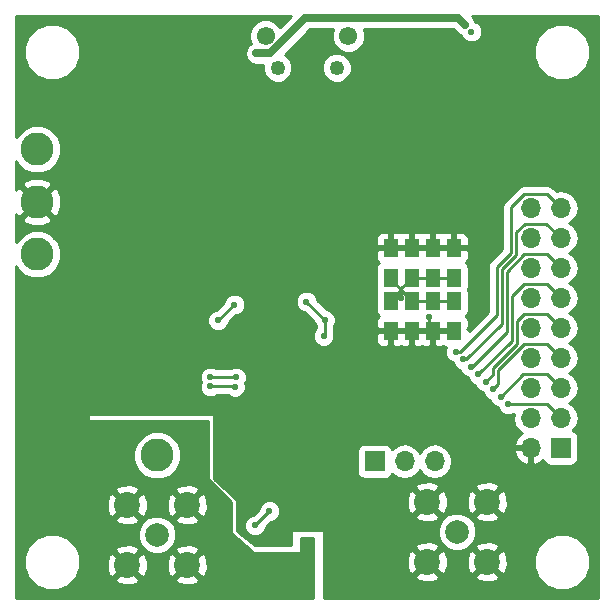
<source format=gbl>
%TF.GenerationSoftware,KiCad,Pcbnew,4.0.6-e0-6349~53~ubuntu16.04.1*%
%TF.CreationDate,2017-04-07T11:05:52-07:00*%
%TF.ProjectId,waveform-generator,77617665666F726D2D67656E65726174,rev?*%
%TF.FileFunction,Copper,L2,Bot,Signal*%
%FSLAX46Y46*%
G04 Gerber Fmt 4.6, Leading zero omitted, Abs format (unit mm)*
G04 Created by KiCad (PCBNEW 4.0.6-e0-6349~53~ubuntu16.04.1) date Fri Apr  7 11:05:52 2017*
%MOMM*%
%LPD*%
G01*
G04 APERTURE LIST*
%ADD10C,0.100000*%
%ADD11C,1.250000*%
%ADD12C,1.550000*%
%ADD13R,1.250000X1.500000*%
%ADD14C,2.200000*%
%ADD15C,2.000000*%
%ADD16R,1.700000X1.700000*%
%ADD17O,1.700000X1.700000*%
%ADD18C,2.800000*%
%ADD19C,0.558800*%
%ADD20C,0.254000*%
%ADD21C,0.635000*%
G04 APERTURE END LIST*
D10*
D11*
X50760000Y-22940000D03*
X45760000Y-22940000D03*
D12*
X51760000Y-20240000D03*
X44760000Y-20240000D03*
D13*
X55339561Y-42702298D03*
X55339561Y-45202298D03*
X55339561Y-40693797D03*
X55339561Y-38193797D03*
X57117562Y-40693797D03*
X57117562Y-38193797D03*
X57117562Y-42702298D03*
X57117562Y-45202298D03*
X58895562Y-40693797D03*
X58895562Y-38193797D03*
X58895562Y-42702298D03*
X58895562Y-45202298D03*
X60673562Y-40693797D03*
X60673562Y-38193797D03*
X60673562Y-42702298D03*
X60673562Y-45202298D03*
D14*
X58420000Y-64770000D03*
X58420000Y-59690000D03*
X63500000Y-59690000D03*
X63500000Y-64770000D03*
D15*
X60960000Y-62230000D03*
D14*
X33020000Y-65024000D03*
X33020000Y-59944000D03*
X38100000Y-59944000D03*
X38100000Y-65024000D03*
D15*
X35560000Y-62484000D03*
D16*
X69723000Y-55118000D03*
D17*
X67183000Y-55118000D03*
X69723000Y-52578000D03*
X67183000Y-52578000D03*
X69723000Y-50038000D03*
X67183000Y-50038000D03*
X69723000Y-47498000D03*
X67183000Y-47498000D03*
X69723000Y-44958000D03*
X67183000Y-44958000D03*
X69723000Y-42418000D03*
X67183000Y-42418000D03*
X69723000Y-39878000D03*
X67183000Y-39878000D03*
X69723000Y-37338000D03*
X67183000Y-37338000D03*
X69723000Y-34798000D03*
X67183000Y-34798000D03*
D16*
X53975000Y-56261000D03*
D17*
X56515000Y-56261000D03*
X59055000Y-56261000D03*
D18*
X25400000Y-29845000D03*
X25400000Y-34290000D03*
X25400000Y-38735000D03*
X35560000Y-55753000D03*
D19*
X46990000Y-21590000D03*
X50721170Y-61987580D03*
X53441600Y-42214800D03*
X43180000Y-42037000D03*
X32893000Y-32766000D03*
X58483500Y-23304500D03*
X58483500Y-21463000D03*
X58610500Y-44069000D03*
X43307000Y-42735500D03*
X32905700Y-34569400D03*
X39814500Y-47434500D03*
X48260000Y-63055500D03*
X48260000Y-64008000D03*
X46101000Y-57785000D03*
X45974000Y-53403520D03*
X40640000Y-66230500D03*
X64960500Y-57277000D03*
X55435500Y-61087000D03*
X55435500Y-62992000D03*
X55435500Y-64643000D03*
X63317864Y-38798500D03*
X47942500Y-33083500D03*
X47244000Y-36639500D03*
X47307500Y-24003000D03*
X37020500Y-20764500D03*
X55816500Y-29564251D03*
X44132500Y-40957452D03*
X46037500Y-38989000D03*
X53975000Y-44831000D03*
X49784000Y-49085500D03*
X45021500Y-47307500D03*
X44704000Y-21717000D03*
X43942000Y-21717008D03*
X61595000Y-19304000D03*
X62166500Y-19875500D03*
X56235600Y-42418000D03*
X49784000Y-44297600D03*
X49656986Y-45656500D03*
X48196500Y-42735500D03*
X40068500Y-49911000D03*
X42164000Y-49974500D03*
X40068500Y-49149000D03*
X42227500Y-49149000D03*
X65278000Y-51435000D03*
X64643000Y-50800000D03*
X64008000Y-50165000D03*
X63373000Y-49530000D03*
X62738000Y-48895000D03*
X62103000Y-48260000D03*
X61468000Y-47625000D03*
X60833000Y-46990000D03*
X42100500Y-42989500D03*
X40703506Y-44323000D03*
X45072300Y-60439300D03*
X43827700Y-61683900D03*
D20*
X58610500Y-44069000D02*
X58610500Y-44917236D01*
X58610500Y-44917236D02*
X58895562Y-45202298D01*
D21*
X45099131Y-21717000D02*
X44704000Y-21717000D01*
X61023500Y-18732500D02*
X48083631Y-18732500D01*
X61595000Y-19304000D02*
X61023500Y-18732500D01*
X48083631Y-18732500D02*
X45099131Y-21717000D01*
X44703992Y-21717008D02*
X44704000Y-21717000D01*
X43942000Y-21717008D02*
X44703992Y-21717008D01*
D20*
X56235600Y-42418000D02*
X56197500Y-42379900D01*
X56197500Y-42379900D02*
X56197500Y-41719500D01*
X49784000Y-44297600D02*
X49784000Y-45529486D01*
X49784000Y-45529486D02*
X49656986Y-45656500D01*
X49784000Y-44297600D02*
X49758600Y-44297600D01*
X49758600Y-44297600D02*
X48196500Y-42735500D01*
X58895562Y-42702298D02*
X57117562Y-42702298D01*
X60673562Y-42702298D02*
X58895562Y-42702298D01*
X58895562Y-40693797D02*
X60673562Y-40693797D01*
X57117562Y-40693797D02*
X58895562Y-40693797D01*
X56197500Y-41719500D02*
X56197500Y-41613859D01*
X56197500Y-41613859D02*
X57117562Y-40693797D01*
X56197500Y-41719500D02*
X56197500Y-41782236D01*
X56197500Y-41782236D02*
X57117562Y-42702298D01*
X55339561Y-42702298D02*
X55339561Y-42577439D01*
X55339561Y-42577439D02*
X56197500Y-41719500D01*
X55339561Y-40693797D02*
X55339561Y-40861561D01*
X55339561Y-40861561D02*
X56197500Y-41719500D01*
X40068500Y-49911000D02*
X42100500Y-49911000D01*
X42100500Y-49911000D02*
X42164000Y-49974500D01*
X40068500Y-49149000D02*
X42227500Y-49149000D01*
X65278000Y-51435000D02*
X65289801Y-51423199D01*
X65289801Y-51423199D02*
X68568199Y-51423199D01*
X68568199Y-51423199D02*
X69723000Y-52578000D01*
X64643000Y-50800000D02*
X64643000Y-50778210D01*
X64643000Y-50778210D02*
X66538011Y-48883199D01*
X66538011Y-48883199D02*
X68568199Y-48883199D01*
X68568199Y-48883199D02*
X69723000Y-50038000D01*
X66628695Y-46343199D02*
X68568199Y-46343199D01*
X64008000Y-50165000D02*
X64452499Y-49720501D01*
X64452499Y-49720501D02*
X64452499Y-48519395D01*
X64452499Y-48519395D02*
X66628695Y-46343199D01*
X68568199Y-46343199D02*
X69723000Y-47498000D01*
X63373000Y-49530000D02*
X64008000Y-48895000D01*
X66028199Y-46333023D02*
X66028199Y-44403695D01*
X64008000Y-48895000D02*
X64008000Y-48353222D01*
X66628695Y-43803199D02*
X68568199Y-43803199D01*
X64008000Y-48353222D02*
X66028199Y-46333023D01*
X66028199Y-44403695D02*
X66628695Y-43803199D01*
X68568199Y-43803199D02*
X69723000Y-44958000D01*
X62738000Y-48895000D02*
X65596387Y-46036613D01*
X65596387Y-46036613D02*
X65596387Y-42295508D01*
X65596387Y-42295508D02*
X66628696Y-41263199D01*
X66628696Y-41263199D02*
X68568199Y-41263199D01*
X68568199Y-41263199D02*
X69723000Y-42418000D01*
X62103000Y-48260000D02*
X62230000Y-48260000D01*
X65164576Y-45325424D02*
X65164576Y-40187318D01*
X65164576Y-40187318D02*
X66628695Y-38723199D01*
X62230000Y-48260000D02*
X65164576Y-45325424D01*
X66628695Y-38723199D02*
X68568199Y-38723199D01*
X68568199Y-38723199D02*
X69723000Y-39878000D01*
X61468000Y-47625000D02*
X61722000Y-47625000D01*
X64732765Y-40008457D02*
X65976500Y-38764722D01*
X61722000Y-47625000D02*
X64732765Y-44614235D01*
X68516500Y-36131500D02*
X69723000Y-37338000D01*
X64732765Y-44614235D02*
X64732765Y-40008457D01*
X65976500Y-38764722D02*
X65976500Y-36835394D01*
X66680394Y-36131500D02*
X68516500Y-36131500D01*
X65976500Y-36835394D02*
X66680394Y-36131500D01*
X60833000Y-46990000D02*
X61214000Y-46990000D01*
X61214000Y-46990000D02*
X64300954Y-43903046D01*
X64300954Y-43903046D02*
X64300954Y-39829596D01*
X65532000Y-38598550D02*
X65532000Y-34739894D01*
X64300954Y-39829596D02*
X65532000Y-38598550D01*
X65532000Y-34739894D02*
X66628695Y-33643199D01*
X66628695Y-33643199D02*
X68568199Y-33643199D01*
X68568199Y-33643199D02*
X69723000Y-34798000D01*
X42100500Y-42989500D02*
X42037006Y-42989500D01*
X42037006Y-42989500D02*
X40703506Y-44323000D01*
X43827700Y-61683900D02*
X45072300Y-60439300D01*
G36*
X45976713Y-19492380D02*
X45956037Y-19442342D01*
X45559744Y-19045357D01*
X45041697Y-18830245D01*
X44480764Y-18829755D01*
X43962342Y-19043963D01*
X43565357Y-19440256D01*
X43350245Y-19958303D01*
X43349755Y-20519236D01*
X43501922Y-20887508D01*
X43268481Y-21043489D01*
X43062005Y-21352502D01*
X42989500Y-21717008D01*
X43062005Y-22081514D01*
X43268481Y-22390527D01*
X43577494Y-22597003D01*
X43942000Y-22669508D01*
X44508010Y-22669508D01*
X44500219Y-22688271D01*
X44499782Y-23189530D01*
X44691201Y-23652800D01*
X45045335Y-24007553D01*
X45508271Y-24199781D01*
X46009530Y-24200218D01*
X46472800Y-24008799D01*
X46827553Y-23654665D01*
X47019781Y-23191729D01*
X47019782Y-23189530D01*
X49499782Y-23189530D01*
X49691201Y-23652800D01*
X50045335Y-24007553D01*
X50508271Y-24199781D01*
X51009530Y-24200218D01*
X51472800Y-24008799D01*
X51827553Y-23654665D01*
X52019781Y-23191729D01*
X52020218Y-22690470D01*
X51828799Y-22227200D01*
X51664212Y-22062325D01*
X67464587Y-22062325D01*
X67826916Y-22939229D01*
X68497242Y-23610726D01*
X69373513Y-23974585D01*
X70322325Y-23975413D01*
X71199229Y-23613084D01*
X71870726Y-22942758D01*
X72234585Y-22066487D01*
X72235413Y-21117675D01*
X71873084Y-20240771D01*
X71202758Y-19569274D01*
X70326487Y-19205415D01*
X69377675Y-19204587D01*
X68500771Y-19566916D01*
X67829274Y-20237242D01*
X67465415Y-21113513D01*
X67464587Y-22062325D01*
X51664212Y-22062325D01*
X51474665Y-21872447D01*
X51011729Y-21680219D01*
X50510470Y-21679782D01*
X50047200Y-21871201D01*
X49692447Y-22225335D01*
X49500219Y-22688271D01*
X49499782Y-23189530D01*
X47019782Y-23189530D01*
X47020218Y-22690470D01*
X46828799Y-22227200D01*
X46474665Y-21872447D01*
X46344692Y-21818477D01*
X48478169Y-19685000D01*
X50463730Y-19685000D01*
X50350245Y-19958303D01*
X50349755Y-20519236D01*
X50563963Y-21037658D01*
X50960256Y-21434643D01*
X51478303Y-21649755D01*
X52039236Y-21650245D01*
X52557658Y-21436037D01*
X52954643Y-21039744D01*
X53169755Y-20521697D01*
X53170245Y-19960764D01*
X53056301Y-19685000D01*
X60628962Y-19685000D01*
X60921481Y-19977519D01*
X61230494Y-20183995D01*
X61311221Y-20200053D01*
X61390858Y-20392789D01*
X61647858Y-20650238D01*
X61983817Y-20789741D01*
X62347587Y-20790058D01*
X62683789Y-20651142D01*
X62941238Y-20394142D01*
X63080741Y-20058183D01*
X63081058Y-19694413D01*
X62942142Y-19358211D01*
X62685142Y-19100762D01*
X62491041Y-19020164D01*
X62474995Y-18939494D01*
X62268519Y-18630481D01*
X62180038Y-18542000D01*
X72898000Y-18542000D01*
X72898000Y-67818000D01*
X49657000Y-67818000D01*
X49657000Y-65994868D01*
X57374737Y-65994868D01*
X57485641Y-66272099D01*
X58131593Y-66515323D01*
X58821453Y-66492836D01*
X59354359Y-66272099D01*
X59465263Y-65994868D01*
X62454737Y-65994868D01*
X62565641Y-66272099D01*
X63211593Y-66515323D01*
X63901453Y-66492836D01*
X64434359Y-66272099D01*
X64545263Y-65994868D01*
X63500000Y-64949605D01*
X62454737Y-65994868D01*
X59465263Y-65994868D01*
X58420000Y-64949605D01*
X57374737Y-65994868D01*
X49657000Y-65994868D01*
X49657000Y-64481593D01*
X56674677Y-64481593D01*
X56697164Y-65171453D01*
X56917901Y-65704359D01*
X57195132Y-65815263D01*
X58240395Y-64770000D01*
X58599605Y-64770000D01*
X59644868Y-65815263D01*
X59922099Y-65704359D01*
X60165323Y-65058407D01*
X60146521Y-64481593D01*
X61754677Y-64481593D01*
X61777164Y-65171453D01*
X61997901Y-65704359D01*
X62275132Y-65815263D01*
X63320395Y-64770000D01*
X63679605Y-64770000D01*
X64724868Y-65815263D01*
X65002099Y-65704359D01*
X65176071Y-65242325D01*
X67464587Y-65242325D01*
X67826916Y-66119229D01*
X68497242Y-66790726D01*
X69373513Y-67154585D01*
X70322325Y-67155413D01*
X71199229Y-66793084D01*
X71870726Y-66122758D01*
X72234585Y-65246487D01*
X72235413Y-64297675D01*
X71873084Y-63420771D01*
X71202758Y-62749274D01*
X70326487Y-62385415D01*
X69377675Y-62384587D01*
X68500771Y-62746916D01*
X67829274Y-63417242D01*
X67465415Y-64293513D01*
X67464587Y-65242325D01*
X65176071Y-65242325D01*
X65245323Y-65058407D01*
X65222836Y-64368547D01*
X65002099Y-63835641D01*
X64724868Y-63724737D01*
X63679605Y-64770000D01*
X63320395Y-64770000D01*
X62275132Y-63724737D01*
X61997901Y-63835641D01*
X61754677Y-64481593D01*
X60146521Y-64481593D01*
X60142836Y-64368547D01*
X59922099Y-63835641D01*
X59644868Y-63724737D01*
X58599605Y-64770000D01*
X58240395Y-64770000D01*
X57195132Y-63724737D01*
X56917901Y-63835641D01*
X56674677Y-64481593D01*
X49657000Y-64481593D01*
X49657000Y-63545132D01*
X57374737Y-63545132D01*
X58420000Y-64590395D01*
X59465263Y-63545132D01*
X59354359Y-63267901D01*
X58708407Y-63024677D01*
X58018547Y-63047164D01*
X57485641Y-63267901D01*
X57374737Y-63545132D01*
X49657000Y-63545132D01*
X49657000Y-62553795D01*
X59324716Y-62553795D01*
X59573106Y-63154943D01*
X60032637Y-63615278D01*
X60633352Y-63864716D01*
X61283795Y-63865284D01*
X61884943Y-63616894D01*
X61956830Y-63545132D01*
X62454737Y-63545132D01*
X63500000Y-64590395D01*
X64545263Y-63545132D01*
X64434359Y-63267901D01*
X63788407Y-63024677D01*
X63098547Y-63047164D01*
X62565641Y-63267901D01*
X62454737Y-63545132D01*
X61956830Y-63545132D01*
X62345278Y-63157363D01*
X62594716Y-62556648D01*
X62595284Y-61906205D01*
X62346894Y-61305057D01*
X61957387Y-60914868D01*
X62454737Y-60914868D01*
X62565641Y-61192099D01*
X63211593Y-61435323D01*
X63901453Y-61412836D01*
X64434359Y-61192099D01*
X64545263Y-60914868D01*
X63500000Y-59869605D01*
X62454737Y-60914868D01*
X61957387Y-60914868D01*
X61887363Y-60844722D01*
X61286648Y-60595284D01*
X60636205Y-60594716D01*
X60035057Y-60843106D01*
X59574722Y-61302637D01*
X59325284Y-61903352D01*
X59324716Y-62553795D01*
X49657000Y-62553795D01*
X49657000Y-62230000D01*
X49646994Y-62180590D01*
X49618553Y-62138965D01*
X49576159Y-62111685D01*
X49530000Y-62103000D01*
X46990000Y-62103000D01*
X46940590Y-62113006D01*
X46898965Y-62141447D01*
X46871685Y-62183841D01*
X46863000Y-62230000D01*
X46863000Y-63373000D01*
X43859548Y-63373000D01*
X42354500Y-62168961D01*
X42354500Y-61864987D01*
X42913142Y-61864987D01*
X43052058Y-62201189D01*
X43309058Y-62458638D01*
X43645017Y-62598141D01*
X44008787Y-62598458D01*
X44344989Y-62459542D01*
X44602438Y-62202542D01*
X44741941Y-61866583D01*
X44741958Y-61847272D01*
X45235388Y-61353842D01*
X45253387Y-61353858D01*
X45589589Y-61214942D01*
X45847038Y-60957942D01*
X45864923Y-60914868D01*
X57374737Y-60914868D01*
X57485641Y-61192099D01*
X58131593Y-61435323D01*
X58821453Y-61412836D01*
X59354359Y-61192099D01*
X59465263Y-60914868D01*
X58420000Y-59869605D01*
X57374737Y-60914868D01*
X45864923Y-60914868D01*
X45986541Y-60621983D01*
X45986858Y-60258213D01*
X45847942Y-59922011D01*
X45590942Y-59664562D01*
X45254983Y-59525059D01*
X44891213Y-59524742D01*
X44555011Y-59663658D01*
X44297562Y-59920658D01*
X44158059Y-60256617D01*
X44158042Y-60275927D01*
X43664612Y-60769358D01*
X43646613Y-60769342D01*
X43310411Y-60908258D01*
X43052962Y-61165258D01*
X42913459Y-61501217D01*
X42913142Y-61864987D01*
X42354500Y-61864987D01*
X42354500Y-59690000D01*
X42344494Y-59640590D01*
X42315819Y-59598738D01*
X42112103Y-59401593D01*
X56674677Y-59401593D01*
X56697164Y-60091453D01*
X56917901Y-60624359D01*
X57195132Y-60735263D01*
X58240395Y-59690000D01*
X58599605Y-59690000D01*
X59644868Y-60735263D01*
X59922099Y-60624359D01*
X60165323Y-59978407D01*
X60146521Y-59401593D01*
X61754677Y-59401593D01*
X61777164Y-60091453D01*
X61997901Y-60624359D01*
X62275132Y-60735263D01*
X63320395Y-59690000D01*
X63679605Y-59690000D01*
X64724868Y-60735263D01*
X65002099Y-60624359D01*
X65245323Y-59978407D01*
X65222836Y-59288547D01*
X65002099Y-58755641D01*
X64724868Y-58644737D01*
X63679605Y-59690000D01*
X63320395Y-59690000D01*
X62275132Y-58644737D01*
X61997901Y-58755641D01*
X61754677Y-59401593D01*
X60146521Y-59401593D01*
X60142836Y-59288547D01*
X59922099Y-58755641D01*
X59644868Y-58644737D01*
X58599605Y-59690000D01*
X58240395Y-59690000D01*
X57195132Y-58644737D01*
X56917901Y-58755641D01*
X56674677Y-59401593D01*
X42112103Y-59401593D01*
X41144427Y-58465132D01*
X57374737Y-58465132D01*
X58420000Y-59510395D01*
X59465263Y-58465132D01*
X62454737Y-58465132D01*
X63500000Y-59510395D01*
X64545263Y-58465132D01*
X64434359Y-58187901D01*
X63788407Y-57944677D01*
X63098547Y-57967164D01*
X62565641Y-58187901D01*
X62454737Y-58465132D01*
X59465263Y-58465132D01*
X59354359Y-58187901D01*
X58708407Y-57944677D01*
X58018547Y-57967164D01*
X57485641Y-58187901D01*
X57374737Y-58465132D01*
X41144427Y-58465132D01*
X40386000Y-57731171D01*
X40386000Y-55411000D01*
X52477560Y-55411000D01*
X52477560Y-57111000D01*
X52521838Y-57346317D01*
X52660910Y-57562441D01*
X52873110Y-57707431D01*
X53125000Y-57758440D01*
X54825000Y-57758440D01*
X55060317Y-57714162D01*
X55276441Y-57575090D01*
X55421431Y-57362890D01*
X55435086Y-57295459D01*
X55464946Y-57340147D01*
X55946715Y-57662054D01*
X56515000Y-57775093D01*
X57083285Y-57662054D01*
X57565054Y-57340147D01*
X57785000Y-57010974D01*
X58004946Y-57340147D01*
X58486715Y-57662054D01*
X59055000Y-57775093D01*
X59623285Y-57662054D01*
X60105054Y-57340147D01*
X60426961Y-56858378D01*
X60540000Y-56290093D01*
X60540000Y-56231907D01*
X60426961Y-55663622D01*
X60300855Y-55474890D01*
X65741524Y-55474890D01*
X65911355Y-55884924D01*
X66301642Y-56313183D01*
X66826108Y-56559486D01*
X67056000Y-56438819D01*
X67056000Y-55245000D01*
X65862845Y-55245000D01*
X65741524Y-55474890D01*
X60300855Y-55474890D01*
X60105054Y-55181853D01*
X59623285Y-54859946D01*
X59055000Y-54746907D01*
X58486715Y-54859946D01*
X58004946Y-55181853D01*
X57785000Y-55511026D01*
X57565054Y-55181853D01*
X57083285Y-54859946D01*
X56515000Y-54746907D01*
X55946715Y-54859946D01*
X55464946Y-55181853D01*
X55437150Y-55223452D01*
X55428162Y-55175683D01*
X55289090Y-54959559D01*
X55076890Y-54814569D01*
X54825000Y-54763560D01*
X53125000Y-54763560D01*
X52889683Y-54807838D01*
X52673559Y-54946910D01*
X52528569Y-55159110D01*
X52477560Y-55411000D01*
X40386000Y-55411000D01*
X40386000Y-52387500D01*
X40375994Y-52338090D01*
X40347553Y-52296465D01*
X40305159Y-52269185D01*
X40259000Y-52260500D01*
X29845000Y-52260500D01*
X29795590Y-52270506D01*
X29753965Y-52298947D01*
X29726685Y-52341341D01*
X29718000Y-52387500D01*
X29718000Y-52705000D01*
X29728006Y-52754410D01*
X29756447Y-52796035D01*
X29798841Y-52823315D01*
X29845000Y-52832000D01*
X39878000Y-52832000D01*
X39878000Y-57785000D01*
X39888006Y-57834410D01*
X39915197Y-57874803D01*
X41783000Y-59742606D01*
X41783000Y-62230000D01*
X41793006Y-62279410D01*
X41826824Y-62325973D01*
X43731824Y-63976973D01*
X43775716Y-64001771D01*
X43815000Y-64008000D01*
X47625000Y-64008000D01*
X47674410Y-63997994D01*
X47716035Y-63969553D01*
X47743315Y-63927159D01*
X47752000Y-63881000D01*
X47752000Y-62738000D01*
X48768000Y-62738000D01*
X48768000Y-67818000D01*
X23622000Y-67818000D01*
X23622000Y-65242325D01*
X24284587Y-65242325D01*
X24646916Y-66119229D01*
X25317242Y-66790726D01*
X26193513Y-67154585D01*
X27142325Y-67155413D01*
X28019229Y-66793084D01*
X28564395Y-66248868D01*
X31974737Y-66248868D01*
X32085641Y-66526099D01*
X32731593Y-66769323D01*
X33421453Y-66746836D01*
X33954359Y-66526099D01*
X34065263Y-66248868D01*
X37054737Y-66248868D01*
X37165641Y-66526099D01*
X37811593Y-66769323D01*
X38501453Y-66746836D01*
X39034359Y-66526099D01*
X39145263Y-66248868D01*
X38100000Y-65203605D01*
X37054737Y-66248868D01*
X34065263Y-66248868D01*
X33020000Y-65203605D01*
X31974737Y-66248868D01*
X28564395Y-66248868D01*
X28690726Y-66122758D01*
X29054585Y-65246487D01*
X29055030Y-64735593D01*
X31274677Y-64735593D01*
X31297164Y-65425453D01*
X31517901Y-65958359D01*
X31795132Y-66069263D01*
X32840395Y-65024000D01*
X33199605Y-65024000D01*
X34244868Y-66069263D01*
X34522099Y-65958359D01*
X34765323Y-65312407D01*
X34746521Y-64735593D01*
X36354677Y-64735593D01*
X36377164Y-65425453D01*
X36597901Y-65958359D01*
X36875132Y-66069263D01*
X37920395Y-65024000D01*
X38279605Y-65024000D01*
X39324868Y-66069263D01*
X39602099Y-65958359D01*
X39845323Y-65312407D01*
X39822836Y-64622547D01*
X39602099Y-64089641D01*
X39324868Y-63978737D01*
X38279605Y-65024000D01*
X37920395Y-65024000D01*
X36875132Y-63978737D01*
X36597901Y-64089641D01*
X36354677Y-64735593D01*
X34746521Y-64735593D01*
X34742836Y-64622547D01*
X34522099Y-64089641D01*
X34244868Y-63978737D01*
X33199605Y-65024000D01*
X32840395Y-65024000D01*
X31795132Y-63978737D01*
X31517901Y-64089641D01*
X31274677Y-64735593D01*
X29055030Y-64735593D01*
X29055413Y-64297675D01*
X28849420Y-63799132D01*
X31974737Y-63799132D01*
X33020000Y-64844395D01*
X34065263Y-63799132D01*
X33954359Y-63521901D01*
X33308407Y-63278677D01*
X32618547Y-63301164D01*
X32085641Y-63521901D01*
X31974737Y-63799132D01*
X28849420Y-63799132D01*
X28693084Y-63420771D01*
X28081177Y-62807795D01*
X33924716Y-62807795D01*
X34173106Y-63408943D01*
X34632637Y-63869278D01*
X35233352Y-64118716D01*
X35883795Y-64119284D01*
X36484943Y-63870894D01*
X36556830Y-63799132D01*
X37054737Y-63799132D01*
X38100000Y-64844395D01*
X39145263Y-63799132D01*
X39034359Y-63521901D01*
X38388407Y-63278677D01*
X37698547Y-63301164D01*
X37165641Y-63521901D01*
X37054737Y-63799132D01*
X36556830Y-63799132D01*
X36945278Y-63411363D01*
X37194716Y-62810648D01*
X37195284Y-62160205D01*
X36946894Y-61559057D01*
X36557387Y-61168868D01*
X37054737Y-61168868D01*
X37165641Y-61446099D01*
X37811593Y-61689323D01*
X38501453Y-61666836D01*
X39034359Y-61446099D01*
X39145263Y-61168868D01*
X38100000Y-60123605D01*
X37054737Y-61168868D01*
X36557387Y-61168868D01*
X36487363Y-61098722D01*
X35886648Y-60849284D01*
X35236205Y-60848716D01*
X34635057Y-61097106D01*
X34174722Y-61556637D01*
X33925284Y-62157352D01*
X33924716Y-62807795D01*
X28081177Y-62807795D01*
X28022758Y-62749274D01*
X27146487Y-62385415D01*
X26197675Y-62384587D01*
X25320771Y-62746916D01*
X24649274Y-63417242D01*
X24285415Y-64293513D01*
X24284587Y-65242325D01*
X23622000Y-65242325D01*
X23622000Y-61168868D01*
X31974737Y-61168868D01*
X32085641Y-61446099D01*
X32731593Y-61689323D01*
X33421453Y-61666836D01*
X33954359Y-61446099D01*
X34065263Y-61168868D01*
X33020000Y-60123605D01*
X31974737Y-61168868D01*
X23622000Y-61168868D01*
X23622000Y-59655593D01*
X31274677Y-59655593D01*
X31297164Y-60345453D01*
X31517901Y-60878359D01*
X31795132Y-60989263D01*
X32840395Y-59944000D01*
X33199605Y-59944000D01*
X34244868Y-60989263D01*
X34522099Y-60878359D01*
X34765323Y-60232407D01*
X34746521Y-59655593D01*
X36354677Y-59655593D01*
X36377164Y-60345453D01*
X36597901Y-60878359D01*
X36875132Y-60989263D01*
X37920395Y-59944000D01*
X38279605Y-59944000D01*
X39324868Y-60989263D01*
X39602099Y-60878359D01*
X39845323Y-60232407D01*
X39822836Y-59542547D01*
X39602099Y-59009641D01*
X39324868Y-58898737D01*
X38279605Y-59944000D01*
X37920395Y-59944000D01*
X36875132Y-58898737D01*
X36597901Y-59009641D01*
X36354677Y-59655593D01*
X34746521Y-59655593D01*
X34742836Y-59542547D01*
X34522099Y-59009641D01*
X34244868Y-58898737D01*
X33199605Y-59944000D01*
X32840395Y-59944000D01*
X31795132Y-58898737D01*
X31517901Y-59009641D01*
X31274677Y-59655593D01*
X23622000Y-59655593D01*
X23622000Y-58719132D01*
X31974737Y-58719132D01*
X33020000Y-59764395D01*
X34065263Y-58719132D01*
X37054737Y-58719132D01*
X38100000Y-59764395D01*
X39145263Y-58719132D01*
X39034359Y-58441901D01*
X38388407Y-58198677D01*
X37698547Y-58221164D01*
X37165641Y-58441901D01*
X37054737Y-58719132D01*
X34065263Y-58719132D01*
X33954359Y-58441901D01*
X33308407Y-58198677D01*
X32618547Y-58221164D01*
X32085641Y-58441901D01*
X31974737Y-58719132D01*
X23622000Y-58719132D01*
X23622000Y-56156011D01*
X33524648Y-56156011D01*
X33833805Y-56904229D01*
X34405760Y-57477183D01*
X35153438Y-57787646D01*
X35963011Y-57788352D01*
X36711229Y-57479195D01*
X37284183Y-56907240D01*
X37594646Y-56159562D01*
X37595352Y-55349989D01*
X37286195Y-54601771D01*
X36714240Y-54028817D01*
X35966562Y-53718354D01*
X35156989Y-53717648D01*
X34408771Y-54026805D01*
X33835817Y-54598760D01*
X33525354Y-55346438D01*
X33524648Y-56156011D01*
X23622000Y-56156011D01*
X23622000Y-49330087D01*
X39153942Y-49330087D01*
X39236576Y-49530076D01*
X39154259Y-49728317D01*
X39153942Y-50092087D01*
X39292858Y-50428289D01*
X39549858Y-50685738D01*
X39885817Y-50825241D01*
X40249587Y-50825558D01*
X40585789Y-50686642D01*
X40599455Y-50673000D01*
X41569253Y-50673000D01*
X41645358Y-50749238D01*
X41981317Y-50888741D01*
X42345087Y-50889058D01*
X42681289Y-50750142D01*
X42938738Y-50493142D01*
X43078241Y-50157183D01*
X43078558Y-49793413D01*
X43014444Y-49638246D01*
X43141741Y-49331683D01*
X43142058Y-48967913D01*
X43003142Y-48631711D01*
X42746142Y-48374262D01*
X42410183Y-48234759D01*
X42046413Y-48234442D01*
X41710211Y-48373358D01*
X41696545Y-48387000D01*
X40599858Y-48387000D01*
X40587142Y-48374262D01*
X40251183Y-48234759D01*
X39887413Y-48234442D01*
X39551211Y-48373358D01*
X39293762Y-48630358D01*
X39154259Y-48966317D01*
X39153942Y-49330087D01*
X23622000Y-49330087D01*
X23622000Y-44504087D01*
X39788948Y-44504087D01*
X39927864Y-44840289D01*
X40184864Y-45097738D01*
X40520823Y-45237241D01*
X40884593Y-45237558D01*
X41220795Y-45098642D01*
X41478244Y-44841642D01*
X41617747Y-44505683D01*
X41617764Y-44486372D01*
X42200150Y-43903987D01*
X42281587Y-43904058D01*
X42617789Y-43765142D01*
X42875238Y-43508142D01*
X43014741Y-43172183D01*
X43014963Y-42916587D01*
X47281942Y-42916587D01*
X47420858Y-43252789D01*
X47677858Y-43510238D01*
X48013817Y-43649741D01*
X48033128Y-43649758D01*
X48874642Y-44491272D01*
X49008358Y-44814889D01*
X49022000Y-44828555D01*
X49022000Y-44998350D01*
X48882248Y-45137858D01*
X48742745Y-45473817D01*
X48742428Y-45837587D01*
X48881344Y-46173789D01*
X49138344Y-46431238D01*
X49474303Y-46570741D01*
X49838073Y-46571058D01*
X50174275Y-46432142D01*
X50431724Y-46175142D01*
X50571227Y-45839183D01*
X50571532Y-45488048D01*
X54079561Y-45488048D01*
X54079561Y-46078607D01*
X54176234Y-46311996D01*
X54354862Y-46490625D01*
X54588251Y-46587298D01*
X55053811Y-46587298D01*
X55212561Y-46428548D01*
X55212561Y-45329298D01*
X55466561Y-45329298D01*
X55466561Y-46428548D01*
X55625311Y-46587298D01*
X56090871Y-46587298D01*
X56228562Y-46530265D01*
X56366252Y-46587298D01*
X56831812Y-46587298D01*
X56990562Y-46428548D01*
X56990562Y-45329298D01*
X57244562Y-45329298D01*
X57244562Y-46428548D01*
X57403312Y-46587298D01*
X57868872Y-46587298D01*
X58006562Y-46530265D01*
X58144252Y-46587298D01*
X58609812Y-46587298D01*
X58768562Y-46428548D01*
X58768562Y-45329298D01*
X57244562Y-45329298D01*
X56990562Y-45329298D01*
X55466561Y-45329298D01*
X55212561Y-45329298D01*
X54238311Y-45329298D01*
X54079561Y-45488048D01*
X50571532Y-45488048D01*
X50571544Y-45475413D01*
X50546000Y-45413592D01*
X50546000Y-44828958D01*
X50558738Y-44816242D01*
X50698241Y-44480283D01*
X50698558Y-44116513D01*
X50559642Y-43780311D01*
X50302642Y-43522862D01*
X49966683Y-43383359D01*
X49921950Y-43383320D01*
X49111042Y-42572412D01*
X49111058Y-42554413D01*
X48972142Y-42218211D01*
X48715142Y-41960762D01*
X48379183Y-41821259D01*
X48015413Y-41820942D01*
X47679211Y-41959858D01*
X47421762Y-42216858D01*
X47282259Y-42552817D01*
X47281942Y-42916587D01*
X43014963Y-42916587D01*
X43015058Y-42808413D01*
X42876142Y-42472211D01*
X42619142Y-42214762D01*
X42283183Y-42075259D01*
X41919413Y-42074942D01*
X41583211Y-42213858D01*
X41325762Y-42470858D01*
X41217646Y-42731229D01*
X40540418Y-43408458D01*
X40522419Y-43408442D01*
X40186217Y-43547358D01*
X39928768Y-43804358D01*
X39789265Y-44140317D01*
X39788948Y-44504087D01*
X23622000Y-44504087D01*
X23622000Y-39760851D01*
X23673805Y-39886229D01*
X24245760Y-40459183D01*
X24993438Y-40769646D01*
X25803011Y-40770352D01*
X26551229Y-40461195D01*
X27069530Y-39943797D01*
X54067121Y-39943797D01*
X54067121Y-41443797D01*
X54111399Y-41679114D01*
X54121720Y-41695154D01*
X54118130Y-41700408D01*
X54067121Y-41952298D01*
X54067121Y-43452298D01*
X54111399Y-43687615D01*
X54250471Y-43903739D01*
X54318567Y-43950267D01*
X54176234Y-44092600D01*
X54079561Y-44325989D01*
X54079561Y-44916548D01*
X54238311Y-45075298D01*
X55212561Y-45075298D01*
X55212561Y-45055298D01*
X55466561Y-45055298D01*
X55466561Y-45075298D01*
X56990562Y-45075298D01*
X56990562Y-45055298D01*
X57244562Y-45055298D01*
X57244562Y-45075298D01*
X58768562Y-45075298D01*
X58768562Y-45055298D01*
X59022562Y-45055298D01*
X59022562Y-45075298D01*
X60546562Y-45075298D01*
X60546562Y-45055298D01*
X60800562Y-45055298D01*
X60800562Y-45075298D01*
X60820562Y-45075298D01*
X60820562Y-45329298D01*
X60800562Y-45329298D01*
X60800562Y-45349298D01*
X60546562Y-45349298D01*
X60546562Y-45329298D01*
X59022562Y-45329298D01*
X59022562Y-46428548D01*
X59181312Y-46587298D01*
X59646872Y-46587298D01*
X59784562Y-46530265D01*
X59922252Y-46587298D01*
X60010119Y-46587298D01*
X59918759Y-46807317D01*
X59918442Y-47171087D01*
X60057358Y-47507289D01*
X60314358Y-47764738D01*
X60582334Y-47876012D01*
X60692358Y-48142289D01*
X60949358Y-48399738D01*
X61217334Y-48511012D01*
X61327358Y-48777289D01*
X61584358Y-49034738D01*
X61852334Y-49146012D01*
X61962358Y-49412289D01*
X62219358Y-49669738D01*
X62487334Y-49781012D01*
X62597358Y-50047289D01*
X62854358Y-50304738D01*
X63122334Y-50416012D01*
X63232358Y-50682289D01*
X63489358Y-50939738D01*
X63757334Y-51051012D01*
X63867358Y-51317289D01*
X64124358Y-51574738D01*
X64392334Y-51686012D01*
X64502358Y-51952289D01*
X64759358Y-52209738D01*
X65095317Y-52349241D01*
X65459087Y-52349558D01*
X65737205Y-52234642D01*
X65668907Y-52578000D01*
X65781946Y-53146285D01*
X66103853Y-53628054D01*
X66444553Y-53855702D01*
X66301642Y-53922817D01*
X65911355Y-54351076D01*
X65741524Y-54761110D01*
X65862845Y-54991000D01*
X67056000Y-54991000D01*
X67056000Y-54971000D01*
X67310000Y-54971000D01*
X67310000Y-54991000D01*
X67330000Y-54991000D01*
X67330000Y-55245000D01*
X67310000Y-55245000D01*
X67310000Y-56438819D01*
X67539892Y-56559486D01*
X68064358Y-56313183D01*
X68251808Y-56107496D01*
X68269838Y-56203317D01*
X68408910Y-56419441D01*
X68621110Y-56564431D01*
X68873000Y-56615440D01*
X70573000Y-56615440D01*
X70808317Y-56571162D01*
X71024441Y-56432090D01*
X71169431Y-56219890D01*
X71220440Y-55968000D01*
X71220440Y-54268000D01*
X71176162Y-54032683D01*
X71037090Y-53816559D01*
X70824890Y-53671569D01*
X70757459Y-53657914D01*
X70802147Y-53628054D01*
X71124054Y-53146285D01*
X71237093Y-52578000D01*
X71124054Y-52009715D01*
X70802147Y-51527946D01*
X70472974Y-51308000D01*
X70802147Y-51088054D01*
X71124054Y-50606285D01*
X71237093Y-50038000D01*
X71124054Y-49469715D01*
X70802147Y-48987946D01*
X70472974Y-48768000D01*
X70802147Y-48548054D01*
X71124054Y-48066285D01*
X71237093Y-47498000D01*
X71124054Y-46929715D01*
X70802147Y-46447946D01*
X70472974Y-46228000D01*
X70802147Y-46008054D01*
X71124054Y-45526285D01*
X71237093Y-44958000D01*
X71124054Y-44389715D01*
X70802147Y-43907946D01*
X70472974Y-43688000D01*
X70802147Y-43468054D01*
X71124054Y-42986285D01*
X71237093Y-42418000D01*
X71124054Y-41849715D01*
X70802147Y-41367946D01*
X70472974Y-41148000D01*
X70802147Y-40928054D01*
X71124054Y-40446285D01*
X71237093Y-39878000D01*
X71124054Y-39309715D01*
X70802147Y-38827946D01*
X70472974Y-38608000D01*
X70802147Y-38388054D01*
X71124054Y-37906285D01*
X71237093Y-37338000D01*
X71124054Y-36769715D01*
X70802147Y-36287946D01*
X70472974Y-36068000D01*
X70802147Y-35848054D01*
X71124054Y-35366285D01*
X71237093Y-34798000D01*
X71124054Y-34229715D01*
X70802147Y-33747946D01*
X70320378Y-33426039D01*
X69752093Y-33313000D01*
X69693907Y-33313000D01*
X69378390Y-33375760D01*
X69107014Y-33104384D01*
X68992521Y-33027882D01*
X68859804Y-32939203D01*
X68568199Y-32881199D01*
X66628695Y-32881199D01*
X66337090Y-32939203D01*
X66204373Y-33027882D01*
X66089880Y-33104384D01*
X64993185Y-34201079D01*
X64828004Y-34448289D01*
X64770000Y-34739894D01*
X64770000Y-38282920D01*
X63762139Y-39290781D01*
X63596958Y-39537991D01*
X63538954Y-39829596D01*
X63538954Y-43587415D01*
X61933562Y-45192808D01*
X61933562Y-45075296D01*
X61774814Y-45075296D01*
X61933562Y-44916548D01*
X61933562Y-44325989D01*
X61836889Y-44092600D01*
X61695652Y-43951362D01*
X61750003Y-43916388D01*
X61894993Y-43704188D01*
X61946002Y-43452298D01*
X61946002Y-41952298D01*
X61901724Y-41716981D01*
X61891403Y-41700941D01*
X61894993Y-41695687D01*
X61946002Y-41443797D01*
X61946002Y-39943797D01*
X61901724Y-39708480D01*
X61762652Y-39492356D01*
X61694556Y-39445828D01*
X61836889Y-39303495D01*
X61933562Y-39070106D01*
X61933562Y-38479547D01*
X61774812Y-38320797D01*
X60800562Y-38320797D01*
X60800562Y-38340797D01*
X60546562Y-38340797D01*
X60546562Y-38320797D01*
X59022562Y-38320797D01*
X59022562Y-38340797D01*
X58768562Y-38340797D01*
X58768562Y-38320797D01*
X57244562Y-38320797D01*
X57244562Y-38340797D01*
X56990562Y-38340797D01*
X56990562Y-38320797D01*
X55466561Y-38320797D01*
X55466561Y-38340797D01*
X55212561Y-38340797D01*
X55212561Y-38320797D01*
X54238311Y-38320797D01*
X54079561Y-38479547D01*
X54079561Y-39070106D01*
X54176234Y-39303495D01*
X54317471Y-39444733D01*
X54263120Y-39479707D01*
X54118130Y-39691907D01*
X54067121Y-39943797D01*
X27069530Y-39943797D01*
X27124183Y-39889240D01*
X27434646Y-39141562D01*
X27435352Y-38331989D01*
X27126195Y-37583771D01*
X26860377Y-37317488D01*
X54079561Y-37317488D01*
X54079561Y-37908047D01*
X54238311Y-38066797D01*
X55212561Y-38066797D01*
X55212561Y-36967547D01*
X55466561Y-36967547D01*
X55466561Y-38066797D01*
X56990562Y-38066797D01*
X56990562Y-36967547D01*
X57244562Y-36967547D01*
X57244562Y-38066797D01*
X58768562Y-38066797D01*
X58768562Y-36967547D01*
X59022562Y-36967547D01*
X59022562Y-38066797D01*
X60546562Y-38066797D01*
X60546562Y-36967547D01*
X60800562Y-36967547D01*
X60800562Y-38066797D01*
X61774812Y-38066797D01*
X61933562Y-37908047D01*
X61933562Y-37317488D01*
X61836889Y-37084099D01*
X61658261Y-36905470D01*
X61424872Y-36808797D01*
X60959312Y-36808797D01*
X60800562Y-36967547D01*
X60546562Y-36967547D01*
X60387812Y-36808797D01*
X59922252Y-36808797D01*
X59784562Y-36865830D01*
X59646872Y-36808797D01*
X59181312Y-36808797D01*
X59022562Y-36967547D01*
X58768562Y-36967547D01*
X58609812Y-36808797D01*
X58144252Y-36808797D01*
X58006562Y-36865830D01*
X57868872Y-36808797D01*
X57403312Y-36808797D01*
X57244562Y-36967547D01*
X56990562Y-36967547D01*
X56831812Y-36808797D01*
X56366252Y-36808797D01*
X56228562Y-36865830D01*
X56090871Y-36808797D01*
X55625311Y-36808797D01*
X55466561Y-36967547D01*
X55212561Y-36967547D01*
X55053811Y-36808797D01*
X54588251Y-36808797D01*
X54354862Y-36905470D01*
X54176234Y-37084099D01*
X54079561Y-37317488D01*
X26860377Y-37317488D01*
X26554240Y-37010817D01*
X25806562Y-36700354D01*
X24996989Y-36699648D01*
X24248771Y-37008805D01*
X23675817Y-37580760D01*
X23622000Y-37710366D01*
X23622000Y-35731724D01*
X24137882Y-35731724D01*
X24285455Y-36040106D01*
X25040031Y-36333405D01*
X25849409Y-36315614D01*
X26514545Y-36040106D01*
X26662118Y-35731724D01*
X25400000Y-34469605D01*
X24137882Y-35731724D01*
X23622000Y-35731724D01*
X23622000Y-35337203D01*
X23649894Y-35404545D01*
X23958276Y-35552118D01*
X25220395Y-34290000D01*
X25579605Y-34290000D01*
X26841724Y-35552118D01*
X27150106Y-35404545D01*
X27443405Y-34649969D01*
X27425614Y-33840591D01*
X27150106Y-33175455D01*
X26841724Y-33027882D01*
X25579605Y-34290000D01*
X25220395Y-34290000D01*
X23958276Y-33027882D01*
X23649894Y-33175455D01*
X23622000Y-33247218D01*
X23622000Y-32848276D01*
X24137882Y-32848276D01*
X25400000Y-34110395D01*
X26662118Y-32848276D01*
X26514545Y-32539894D01*
X25759969Y-32246595D01*
X24950591Y-32264386D01*
X24285455Y-32539894D01*
X24137882Y-32848276D01*
X23622000Y-32848276D01*
X23622000Y-30870851D01*
X23673805Y-30996229D01*
X24245760Y-31569183D01*
X24993438Y-31879646D01*
X25803011Y-31880352D01*
X26551229Y-31571195D01*
X27124183Y-30999240D01*
X27434646Y-30251562D01*
X27435352Y-29441989D01*
X27126195Y-28693771D01*
X26554240Y-28120817D01*
X25806562Y-27810354D01*
X24996989Y-27809648D01*
X24248771Y-28118805D01*
X23675817Y-28690760D01*
X23622000Y-28820366D01*
X23622000Y-22062325D01*
X24284587Y-22062325D01*
X24646916Y-22939229D01*
X25317242Y-23610726D01*
X26193513Y-23974585D01*
X27142325Y-23975413D01*
X28019229Y-23613084D01*
X28690726Y-22942758D01*
X29054585Y-22066487D01*
X29055413Y-21117675D01*
X28693084Y-20240771D01*
X28022758Y-19569274D01*
X27146487Y-19205415D01*
X26197675Y-19204587D01*
X25320771Y-19566916D01*
X24649274Y-20237242D01*
X24285415Y-21113513D01*
X24284587Y-22062325D01*
X23622000Y-22062325D01*
X23622000Y-18542000D01*
X46927093Y-18542000D01*
X45976713Y-19492380D01*
X45976713Y-19492380D01*
G37*
X45976713Y-19492380D02*
X45956037Y-19442342D01*
X45559744Y-19045357D01*
X45041697Y-18830245D01*
X44480764Y-18829755D01*
X43962342Y-19043963D01*
X43565357Y-19440256D01*
X43350245Y-19958303D01*
X43349755Y-20519236D01*
X43501922Y-20887508D01*
X43268481Y-21043489D01*
X43062005Y-21352502D01*
X42989500Y-21717008D01*
X43062005Y-22081514D01*
X43268481Y-22390527D01*
X43577494Y-22597003D01*
X43942000Y-22669508D01*
X44508010Y-22669508D01*
X44500219Y-22688271D01*
X44499782Y-23189530D01*
X44691201Y-23652800D01*
X45045335Y-24007553D01*
X45508271Y-24199781D01*
X46009530Y-24200218D01*
X46472800Y-24008799D01*
X46827553Y-23654665D01*
X47019781Y-23191729D01*
X47019782Y-23189530D01*
X49499782Y-23189530D01*
X49691201Y-23652800D01*
X50045335Y-24007553D01*
X50508271Y-24199781D01*
X51009530Y-24200218D01*
X51472800Y-24008799D01*
X51827553Y-23654665D01*
X52019781Y-23191729D01*
X52020218Y-22690470D01*
X51828799Y-22227200D01*
X51664212Y-22062325D01*
X67464587Y-22062325D01*
X67826916Y-22939229D01*
X68497242Y-23610726D01*
X69373513Y-23974585D01*
X70322325Y-23975413D01*
X71199229Y-23613084D01*
X71870726Y-22942758D01*
X72234585Y-22066487D01*
X72235413Y-21117675D01*
X71873084Y-20240771D01*
X71202758Y-19569274D01*
X70326487Y-19205415D01*
X69377675Y-19204587D01*
X68500771Y-19566916D01*
X67829274Y-20237242D01*
X67465415Y-21113513D01*
X67464587Y-22062325D01*
X51664212Y-22062325D01*
X51474665Y-21872447D01*
X51011729Y-21680219D01*
X50510470Y-21679782D01*
X50047200Y-21871201D01*
X49692447Y-22225335D01*
X49500219Y-22688271D01*
X49499782Y-23189530D01*
X47019782Y-23189530D01*
X47020218Y-22690470D01*
X46828799Y-22227200D01*
X46474665Y-21872447D01*
X46344692Y-21818477D01*
X48478169Y-19685000D01*
X50463730Y-19685000D01*
X50350245Y-19958303D01*
X50349755Y-20519236D01*
X50563963Y-21037658D01*
X50960256Y-21434643D01*
X51478303Y-21649755D01*
X52039236Y-21650245D01*
X52557658Y-21436037D01*
X52954643Y-21039744D01*
X53169755Y-20521697D01*
X53170245Y-19960764D01*
X53056301Y-19685000D01*
X60628962Y-19685000D01*
X60921481Y-19977519D01*
X61230494Y-20183995D01*
X61311221Y-20200053D01*
X61390858Y-20392789D01*
X61647858Y-20650238D01*
X61983817Y-20789741D01*
X62347587Y-20790058D01*
X62683789Y-20651142D01*
X62941238Y-20394142D01*
X63080741Y-20058183D01*
X63081058Y-19694413D01*
X62942142Y-19358211D01*
X62685142Y-19100762D01*
X62491041Y-19020164D01*
X62474995Y-18939494D01*
X62268519Y-18630481D01*
X62180038Y-18542000D01*
X72898000Y-18542000D01*
X72898000Y-67818000D01*
X49657000Y-67818000D01*
X49657000Y-65994868D01*
X57374737Y-65994868D01*
X57485641Y-66272099D01*
X58131593Y-66515323D01*
X58821453Y-66492836D01*
X59354359Y-66272099D01*
X59465263Y-65994868D01*
X62454737Y-65994868D01*
X62565641Y-66272099D01*
X63211593Y-66515323D01*
X63901453Y-66492836D01*
X64434359Y-66272099D01*
X64545263Y-65994868D01*
X63500000Y-64949605D01*
X62454737Y-65994868D01*
X59465263Y-65994868D01*
X58420000Y-64949605D01*
X57374737Y-65994868D01*
X49657000Y-65994868D01*
X49657000Y-64481593D01*
X56674677Y-64481593D01*
X56697164Y-65171453D01*
X56917901Y-65704359D01*
X57195132Y-65815263D01*
X58240395Y-64770000D01*
X58599605Y-64770000D01*
X59644868Y-65815263D01*
X59922099Y-65704359D01*
X60165323Y-65058407D01*
X60146521Y-64481593D01*
X61754677Y-64481593D01*
X61777164Y-65171453D01*
X61997901Y-65704359D01*
X62275132Y-65815263D01*
X63320395Y-64770000D01*
X63679605Y-64770000D01*
X64724868Y-65815263D01*
X65002099Y-65704359D01*
X65176071Y-65242325D01*
X67464587Y-65242325D01*
X67826916Y-66119229D01*
X68497242Y-66790726D01*
X69373513Y-67154585D01*
X70322325Y-67155413D01*
X71199229Y-66793084D01*
X71870726Y-66122758D01*
X72234585Y-65246487D01*
X72235413Y-64297675D01*
X71873084Y-63420771D01*
X71202758Y-62749274D01*
X70326487Y-62385415D01*
X69377675Y-62384587D01*
X68500771Y-62746916D01*
X67829274Y-63417242D01*
X67465415Y-64293513D01*
X67464587Y-65242325D01*
X65176071Y-65242325D01*
X65245323Y-65058407D01*
X65222836Y-64368547D01*
X65002099Y-63835641D01*
X64724868Y-63724737D01*
X63679605Y-64770000D01*
X63320395Y-64770000D01*
X62275132Y-63724737D01*
X61997901Y-63835641D01*
X61754677Y-64481593D01*
X60146521Y-64481593D01*
X60142836Y-64368547D01*
X59922099Y-63835641D01*
X59644868Y-63724737D01*
X58599605Y-64770000D01*
X58240395Y-64770000D01*
X57195132Y-63724737D01*
X56917901Y-63835641D01*
X56674677Y-64481593D01*
X49657000Y-64481593D01*
X49657000Y-63545132D01*
X57374737Y-63545132D01*
X58420000Y-64590395D01*
X59465263Y-63545132D01*
X59354359Y-63267901D01*
X58708407Y-63024677D01*
X58018547Y-63047164D01*
X57485641Y-63267901D01*
X57374737Y-63545132D01*
X49657000Y-63545132D01*
X49657000Y-62553795D01*
X59324716Y-62553795D01*
X59573106Y-63154943D01*
X60032637Y-63615278D01*
X60633352Y-63864716D01*
X61283795Y-63865284D01*
X61884943Y-63616894D01*
X61956830Y-63545132D01*
X62454737Y-63545132D01*
X63500000Y-64590395D01*
X64545263Y-63545132D01*
X64434359Y-63267901D01*
X63788407Y-63024677D01*
X63098547Y-63047164D01*
X62565641Y-63267901D01*
X62454737Y-63545132D01*
X61956830Y-63545132D01*
X62345278Y-63157363D01*
X62594716Y-62556648D01*
X62595284Y-61906205D01*
X62346894Y-61305057D01*
X61957387Y-60914868D01*
X62454737Y-60914868D01*
X62565641Y-61192099D01*
X63211593Y-61435323D01*
X63901453Y-61412836D01*
X64434359Y-61192099D01*
X64545263Y-60914868D01*
X63500000Y-59869605D01*
X62454737Y-60914868D01*
X61957387Y-60914868D01*
X61887363Y-60844722D01*
X61286648Y-60595284D01*
X60636205Y-60594716D01*
X60035057Y-60843106D01*
X59574722Y-61302637D01*
X59325284Y-61903352D01*
X59324716Y-62553795D01*
X49657000Y-62553795D01*
X49657000Y-62230000D01*
X49646994Y-62180590D01*
X49618553Y-62138965D01*
X49576159Y-62111685D01*
X49530000Y-62103000D01*
X46990000Y-62103000D01*
X46940590Y-62113006D01*
X46898965Y-62141447D01*
X46871685Y-62183841D01*
X46863000Y-62230000D01*
X46863000Y-63373000D01*
X43859548Y-63373000D01*
X42354500Y-62168961D01*
X42354500Y-61864987D01*
X42913142Y-61864987D01*
X43052058Y-62201189D01*
X43309058Y-62458638D01*
X43645017Y-62598141D01*
X44008787Y-62598458D01*
X44344989Y-62459542D01*
X44602438Y-62202542D01*
X44741941Y-61866583D01*
X44741958Y-61847272D01*
X45235388Y-61353842D01*
X45253387Y-61353858D01*
X45589589Y-61214942D01*
X45847038Y-60957942D01*
X45864923Y-60914868D01*
X57374737Y-60914868D01*
X57485641Y-61192099D01*
X58131593Y-61435323D01*
X58821453Y-61412836D01*
X59354359Y-61192099D01*
X59465263Y-60914868D01*
X58420000Y-59869605D01*
X57374737Y-60914868D01*
X45864923Y-60914868D01*
X45986541Y-60621983D01*
X45986858Y-60258213D01*
X45847942Y-59922011D01*
X45590942Y-59664562D01*
X45254983Y-59525059D01*
X44891213Y-59524742D01*
X44555011Y-59663658D01*
X44297562Y-59920658D01*
X44158059Y-60256617D01*
X44158042Y-60275927D01*
X43664612Y-60769358D01*
X43646613Y-60769342D01*
X43310411Y-60908258D01*
X43052962Y-61165258D01*
X42913459Y-61501217D01*
X42913142Y-61864987D01*
X42354500Y-61864987D01*
X42354500Y-59690000D01*
X42344494Y-59640590D01*
X42315819Y-59598738D01*
X42112103Y-59401593D01*
X56674677Y-59401593D01*
X56697164Y-60091453D01*
X56917901Y-60624359D01*
X57195132Y-60735263D01*
X58240395Y-59690000D01*
X58599605Y-59690000D01*
X59644868Y-60735263D01*
X59922099Y-60624359D01*
X60165323Y-59978407D01*
X60146521Y-59401593D01*
X61754677Y-59401593D01*
X61777164Y-60091453D01*
X61997901Y-60624359D01*
X62275132Y-60735263D01*
X63320395Y-59690000D01*
X63679605Y-59690000D01*
X64724868Y-60735263D01*
X65002099Y-60624359D01*
X65245323Y-59978407D01*
X65222836Y-59288547D01*
X65002099Y-58755641D01*
X64724868Y-58644737D01*
X63679605Y-59690000D01*
X63320395Y-59690000D01*
X62275132Y-58644737D01*
X61997901Y-58755641D01*
X61754677Y-59401593D01*
X60146521Y-59401593D01*
X60142836Y-59288547D01*
X59922099Y-58755641D01*
X59644868Y-58644737D01*
X58599605Y-59690000D01*
X58240395Y-59690000D01*
X57195132Y-58644737D01*
X56917901Y-58755641D01*
X56674677Y-59401593D01*
X42112103Y-59401593D01*
X41144427Y-58465132D01*
X57374737Y-58465132D01*
X58420000Y-59510395D01*
X59465263Y-58465132D01*
X62454737Y-58465132D01*
X63500000Y-59510395D01*
X64545263Y-58465132D01*
X64434359Y-58187901D01*
X63788407Y-57944677D01*
X63098547Y-57967164D01*
X62565641Y-58187901D01*
X62454737Y-58465132D01*
X59465263Y-58465132D01*
X59354359Y-58187901D01*
X58708407Y-57944677D01*
X58018547Y-57967164D01*
X57485641Y-58187901D01*
X57374737Y-58465132D01*
X41144427Y-58465132D01*
X40386000Y-57731171D01*
X40386000Y-55411000D01*
X52477560Y-55411000D01*
X52477560Y-57111000D01*
X52521838Y-57346317D01*
X52660910Y-57562441D01*
X52873110Y-57707431D01*
X53125000Y-57758440D01*
X54825000Y-57758440D01*
X55060317Y-57714162D01*
X55276441Y-57575090D01*
X55421431Y-57362890D01*
X55435086Y-57295459D01*
X55464946Y-57340147D01*
X55946715Y-57662054D01*
X56515000Y-57775093D01*
X57083285Y-57662054D01*
X57565054Y-57340147D01*
X57785000Y-57010974D01*
X58004946Y-57340147D01*
X58486715Y-57662054D01*
X59055000Y-57775093D01*
X59623285Y-57662054D01*
X60105054Y-57340147D01*
X60426961Y-56858378D01*
X60540000Y-56290093D01*
X60540000Y-56231907D01*
X60426961Y-55663622D01*
X60300855Y-55474890D01*
X65741524Y-55474890D01*
X65911355Y-55884924D01*
X66301642Y-56313183D01*
X66826108Y-56559486D01*
X67056000Y-56438819D01*
X67056000Y-55245000D01*
X65862845Y-55245000D01*
X65741524Y-55474890D01*
X60300855Y-55474890D01*
X60105054Y-55181853D01*
X59623285Y-54859946D01*
X59055000Y-54746907D01*
X58486715Y-54859946D01*
X58004946Y-55181853D01*
X57785000Y-55511026D01*
X57565054Y-55181853D01*
X57083285Y-54859946D01*
X56515000Y-54746907D01*
X55946715Y-54859946D01*
X55464946Y-55181853D01*
X55437150Y-55223452D01*
X55428162Y-55175683D01*
X55289090Y-54959559D01*
X55076890Y-54814569D01*
X54825000Y-54763560D01*
X53125000Y-54763560D01*
X52889683Y-54807838D01*
X52673559Y-54946910D01*
X52528569Y-55159110D01*
X52477560Y-55411000D01*
X40386000Y-55411000D01*
X40386000Y-52387500D01*
X40375994Y-52338090D01*
X40347553Y-52296465D01*
X40305159Y-52269185D01*
X40259000Y-52260500D01*
X29845000Y-52260500D01*
X29795590Y-52270506D01*
X29753965Y-52298947D01*
X29726685Y-52341341D01*
X29718000Y-52387500D01*
X29718000Y-52705000D01*
X29728006Y-52754410D01*
X29756447Y-52796035D01*
X29798841Y-52823315D01*
X29845000Y-52832000D01*
X39878000Y-52832000D01*
X39878000Y-57785000D01*
X39888006Y-57834410D01*
X39915197Y-57874803D01*
X41783000Y-59742606D01*
X41783000Y-62230000D01*
X41793006Y-62279410D01*
X41826824Y-62325973D01*
X43731824Y-63976973D01*
X43775716Y-64001771D01*
X43815000Y-64008000D01*
X47625000Y-64008000D01*
X47674410Y-63997994D01*
X47716035Y-63969553D01*
X47743315Y-63927159D01*
X47752000Y-63881000D01*
X47752000Y-62738000D01*
X48768000Y-62738000D01*
X48768000Y-67818000D01*
X23622000Y-67818000D01*
X23622000Y-65242325D01*
X24284587Y-65242325D01*
X24646916Y-66119229D01*
X25317242Y-66790726D01*
X26193513Y-67154585D01*
X27142325Y-67155413D01*
X28019229Y-66793084D01*
X28564395Y-66248868D01*
X31974737Y-66248868D01*
X32085641Y-66526099D01*
X32731593Y-66769323D01*
X33421453Y-66746836D01*
X33954359Y-66526099D01*
X34065263Y-66248868D01*
X37054737Y-66248868D01*
X37165641Y-66526099D01*
X37811593Y-66769323D01*
X38501453Y-66746836D01*
X39034359Y-66526099D01*
X39145263Y-66248868D01*
X38100000Y-65203605D01*
X37054737Y-66248868D01*
X34065263Y-66248868D01*
X33020000Y-65203605D01*
X31974737Y-66248868D01*
X28564395Y-66248868D01*
X28690726Y-66122758D01*
X29054585Y-65246487D01*
X29055030Y-64735593D01*
X31274677Y-64735593D01*
X31297164Y-65425453D01*
X31517901Y-65958359D01*
X31795132Y-66069263D01*
X32840395Y-65024000D01*
X33199605Y-65024000D01*
X34244868Y-66069263D01*
X34522099Y-65958359D01*
X34765323Y-65312407D01*
X34746521Y-64735593D01*
X36354677Y-64735593D01*
X36377164Y-65425453D01*
X36597901Y-65958359D01*
X36875132Y-66069263D01*
X37920395Y-65024000D01*
X38279605Y-65024000D01*
X39324868Y-66069263D01*
X39602099Y-65958359D01*
X39845323Y-65312407D01*
X39822836Y-64622547D01*
X39602099Y-64089641D01*
X39324868Y-63978737D01*
X38279605Y-65024000D01*
X37920395Y-65024000D01*
X36875132Y-63978737D01*
X36597901Y-64089641D01*
X36354677Y-64735593D01*
X34746521Y-64735593D01*
X34742836Y-64622547D01*
X34522099Y-64089641D01*
X34244868Y-63978737D01*
X33199605Y-65024000D01*
X32840395Y-65024000D01*
X31795132Y-63978737D01*
X31517901Y-64089641D01*
X31274677Y-64735593D01*
X29055030Y-64735593D01*
X29055413Y-64297675D01*
X28849420Y-63799132D01*
X31974737Y-63799132D01*
X33020000Y-64844395D01*
X34065263Y-63799132D01*
X33954359Y-63521901D01*
X33308407Y-63278677D01*
X32618547Y-63301164D01*
X32085641Y-63521901D01*
X31974737Y-63799132D01*
X28849420Y-63799132D01*
X28693084Y-63420771D01*
X28081177Y-62807795D01*
X33924716Y-62807795D01*
X34173106Y-63408943D01*
X34632637Y-63869278D01*
X35233352Y-64118716D01*
X35883795Y-64119284D01*
X36484943Y-63870894D01*
X36556830Y-63799132D01*
X37054737Y-63799132D01*
X38100000Y-64844395D01*
X39145263Y-63799132D01*
X39034359Y-63521901D01*
X38388407Y-63278677D01*
X37698547Y-63301164D01*
X37165641Y-63521901D01*
X37054737Y-63799132D01*
X36556830Y-63799132D01*
X36945278Y-63411363D01*
X37194716Y-62810648D01*
X37195284Y-62160205D01*
X36946894Y-61559057D01*
X36557387Y-61168868D01*
X37054737Y-61168868D01*
X37165641Y-61446099D01*
X37811593Y-61689323D01*
X38501453Y-61666836D01*
X39034359Y-61446099D01*
X39145263Y-61168868D01*
X38100000Y-60123605D01*
X37054737Y-61168868D01*
X36557387Y-61168868D01*
X36487363Y-61098722D01*
X35886648Y-60849284D01*
X35236205Y-60848716D01*
X34635057Y-61097106D01*
X34174722Y-61556637D01*
X33925284Y-62157352D01*
X33924716Y-62807795D01*
X28081177Y-62807795D01*
X28022758Y-62749274D01*
X27146487Y-62385415D01*
X26197675Y-62384587D01*
X25320771Y-62746916D01*
X24649274Y-63417242D01*
X24285415Y-64293513D01*
X24284587Y-65242325D01*
X23622000Y-65242325D01*
X23622000Y-61168868D01*
X31974737Y-61168868D01*
X32085641Y-61446099D01*
X32731593Y-61689323D01*
X33421453Y-61666836D01*
X33954359Y-61446099D01*
X34065263Y-61168868D01*
X33020000Y-60123605D01*
X31974737Y-61168868D01*
X23622000Y-61168868D01*
X23622000Y-59655593D01*
X31274677Y-59655593D01*
X31297164Y-60345453D01*
X31517901Y-60878359D01*
X31795132Y-60989263D01*
X32840395Y-59944000D01*
X33199605Y-59944000D01*
X34244868Y-60989263D01*
X34522099Y-60878359D01*
X34765323Y-60232407D01*
X34746521Y-59655593D01*
X36354677Y-59655593D01*
X36377164Y-60345453D01*
X36597901Y-60878359D01*
X36875132Y-60989263D01*
X37920395Y-59944000D01*
X38279605Y-59944000D01*
X39324868Y-60989263D01*
X39602099Y-60878359D01*
X39845323Y-60232407D01*
X39822836Y-59542547D01*
X39602099Y-59009641D01*
X39324868Y-58898737D01*
X38279605Y-59944000D01*
X37920395Y-59944000D01*
X36875132Y-58898737D01*
X36597901Y-59009641D01*
X36354677Y-59655593D01*
X34746521Y-59655593D01*
X34742836Y-59542547D01*
X34522099Y-59009641D01*
X34244868Y-58898737D01*
X33199605Y-59944000D01*
X32840395Y-59944000D01*
X31795132Y-58898737D01*
X31517901Y-59009641D01*
X31274677Y-59655593D01*
X23622000Y-59655593D01*
X23622000Y-58719132D01*
X31974737Y-58719132D01*
X33020000Y-59764395D01*
X34065263Y-58719132D01*
X37054737Y-58719132D01*
X38100000Y-59764395D01*
X39145263Y-58719132D01*
X39034359Y-58441901D01*
X38388407Y-58198677D01*
X37698547Y-58221164D01*
X37165641Y-58441901D01*
X37054737Y-58719132D01*
X34065263Y-58719132D01*
X33954359Y-58441901D01*
X33308407Y-58198677D01*
X32618547Y-58221164D01*
X32085641Y-58441901D01*
X31974737Y-58719132D01*
X23622000Y-58719132D01*
X23622000Y-56156011D01*
X33524648Y-56156011D01*
X33833805Y-56904229D01*
X34405760Y-57477183D01*
X35153438Y-57787646D01*
X35963011Y-57788352D01*
X36711229Y-57479195D01*
X37284183Y-56907240D01*
X37594646Y-56159562D01*
X37595352Y-55349989D01*
X37286195Y-54601771D01*
X36714240Y-54028817D01*
X35966562Y-53718354D01*
X35156989Y-53717648D01*
X34408771Y-54026805D01*
X33835817Y-54598760D01*
X33525354Y-55346438D01*
X33524648Y-56156011D01*
X23622000Y-56156011D01*
X23622000Y-49330087D01*
X39153942Y-49330087D01*
X39236576Y-49530076D01*
X39154259Y-49728317D01*
X39153942Y-50092087D01*
X39292858Y-50428289D01*
X39549858Y-50685738D01*
X39885817Y-50825241D01*
X40249587Y-50825558D01*
X40585789Y-50686642D01*
X40599455Y-50673000D01*
X41569253Y-50673000D01*
X41645358Y-50749238D01*
X41981317Y-50888741D01*
X42345087Y-50889058D01*
X42681289Y-50750142D01*
X42938738Y-50493142D01*
X43078241Y-50157183D01*
X43078558Y-49793413D01*
X43014444Y-49638246D01*
X43141741Y-49331683D01*
X43142058Y-48967913D01*
X43003142Y-48631711D01*
X42746142Y-48374262D01*
X42410183Y-48234759D01*
X42046413Y-48234442D01*
X41710211Y-48373358D01*
X41696545Y-48387000D01*
X40599858Y-48387000D01*
X40587142Y-48374262D01*
X40251183Y-48234759D01*
X39887413Y-48234442D01*
X39551211Y-48373358D01*
X39293762Y-48630358D01*
X39154259Y-48966317D01*
X39153942Y-49330087D01*
X23622000Y-49330087D01*
X23622000Y-44504087D01*
X39788948Y-44504087D01*
X39927864Y-44840289D01*
X40184864Y-45097738D01*
X40520823Y-45237241D01*
X40884593Y-45237558D01*
X41220795Y-45098642D01*
X41478244Y-44841642D01*
X41617747Y-44505683D01*
X41617764Y-44486372D01*
X42200150Y-43903987D01*
X42281587Y-43904058D01*
X42617789Y-43765142D01*
X42875238Y-43508142D01*
X43014741Y-43172183D01*
X43014963Y-42916587D01*
X47281942Y-42916587D01*
X47420858Y-43252789D01*
X47677858Y-43510238D01*
X48013817Y-43649741D01*
X48033128Y-43649758D01*
X48874642Y-44491272D01*
X49008358Y-44814889D01*
X49022000Y-44828555D01*
X49022000Y-44998350D01*
X48882248Y-45137858D01*
X48742745Y-45473817D01*
X48742428Y-45837587D01*
X48881344Y-46173789D01*
X49138344Y-46431238D01*
X49474303Y-46570741D01*
X49838073Y-46571058D01*
X50174275Y-46432142D01*
X50431724Y-46175142D01*
X50571227Y-45839183D01*
X50571532Y-45488048D01*
X54079561Y-45488048D01*
X54079561Y-46078607D01*
X54176234Y-46311996D01*
X54354862Y-46490625D01*
X54588251Y-46587298D01*
X55053811Y-46587298D01*
X55212561Y-46428548D01*
X55212561Y-45329298D01*
X55466561Y-45329298D01*
X55466561Y-46428548D01*
X55625311Y-46587298D01*
X56090871Y-46587298D01*
X56228562Y-46530265D01*
X56366252Y-46587298D01*
X56831812Y-46587298D01*
X56990562Y-46428548D01*
X56990562Y-45329298D01*
X57244562Y-45329298D01*
X57244562Y-46428548D01*
X57403312Y-46587298D01*
X57868872Y-46587298D01*
X58006562Y-46530265D01*
X58144252Y-46587298D01*
X58609812Y-46587298D01*
X58768562Y-46428548D01*
X58768562Y-45329298D01*
X57244562Y-45329298D01*
X56990562Y-45329298D01*
X55466561Y-45329298D01*
X55212561Y-45329298D01*
X54238311Y-45329298D01*
X54079561Y-45488048D01*
X50571532Y-45488048D01*
X50571544Y-45475413D01*
X50546000Y-45413592D01*
X50546000Y-44828958D01*
X50558738Y-44816242D01*
X50698241Y-44480283D01*
X50698558Y-44116513D01*
X50559642Y-43780311D01*
X50302642Y-43522862D01*
X49966683Y-43383359D01*
X49921950Y-43383320D01*
X49111042Y-42572412D01*
X49111058Y-42554413D01*
X48972142Y-42218211D01*
X48715142Y-41960762D01*
X48379183Y-41821259D01*
X48015413Y-41820942D01*
X47679211Y-41959858D01*
X47421762Y-42216858D01*
X47282259Y-42552817D01*
X47281942Y-42916587D01*
X43014963Y-42916587D01*
X43015058Y-42808413D01*
X42876142Y-42472211D01*
X42619142Y-42214762D01*
X42283183Y-42075259D01*
X41919413Y-42074942D01*
X41583211Y-42213858D01*
X41325762Y-42470858D01*
X41217646Y-42731229D01*
X40540418Y-43408458D01*
X40522419Y-43408442D01*
X40186217Y-43547358D01*
X39928768Y-43804358D01*
X39789265Y-44140317D01*
X39788948Y-44504087D01*
X23622000Y-44504087D01*
X23622000Y-39760851D01*
X23673805Y-39886229D01*
X24245760Y-40459183D01*
X24993438Y-40769646D01*
X25803011Y-40770352D01*
X26551229Y-40461195D01*
X27069530Y-39943797D01*
X54067121Y-39943797D01*
X54067121Y-41443797D01*
X54111399Y-41679114D01*
X54121720Y-41695154D01*
X54118130Y-41700408D01*
X54067121Y-41952298D01*
X54067121Y-43452298D01*
X54111399Y-43687615D01*
X54250471Y-43903739D01*
X54318567Y-43950267D01*
X54176234Y-44092600D01*
X54079561Y-44325989D01*
X54079561Y-44916548D01*
X54238311Y-45075298D01*
X55212561Y-45075298D01*
X55212561Y-45055298D01*
X55466561Y-45055298D01*
X55466561Y-45075298D01*
X56990562Y-45075298D01*
X56990562Y-45055298D01*
X57244562Y-45055298D01*
X57244562Y-45075298D01*
X58768562Y-45075298D01*
X58768562Y-45055298D01*
X59022562Y-45055298D01*
X59022562Y-45075298D01*
X60546562Y-45075298D01*
X60546562Y-45055298D01*
X60800562Y-45055298D01*
X60800562Y-45075298D01*
X60820562Y-45075298D01*
X60820562Y-45329298D01*
X60800562Y-45329298D01*
X60800562Y-45349298D01*
X60546562Y-45349298D01*
X60546562Y-45329298D01*
X59022562Y-45329298D01*
X59022562Y-46428548D01*
X59181312Y-46587298D01*
X59646872Y-46587298D01*
X59784562Y-46530265D01*
X59922252Y-46587298D01*
X60010119Y-46587298D01*
X59918759Y-46807317D01*
X59918442Y-47171087D01*
X60057358Y-47507289D01*
X60314358Y-47764738D01*
X60582334Y-47876012D01*
X60692358Y-48142289D01*
X60949358Y-48399738D01*
X61217334Y-48511012D01*
X61327358Y-48777289D01*
X61584358Y-49034738D01*
X61852334Y-49146012D01*
X61962358Y-49412289D01*
X62219358Y-49669738D01*
X62487334Y-49781012D01*
X62597358Y-50047289D01*
X62854358Y-50304738D01*
X63122334Y-50416012D01*
X63232358Y-50682289D01*
X63489358Y-50939738D01*
X63757334Y-51051012D01*
X63867358Y-51317289D01*
X64124358Y-51574738D01*
X64392334Y-51686012D01*
X64502358Y-51952289D01*
X64759358Y-52209738D01*
X65095317Y-52349241D01*
X65459087Y-52349558D01*
X65737205Y-52234642D01*
X65668907Y-52578000D01*
X65781946Y-53146285D01*
X66103853Y-53628054D01*
X66444553Y-53855702D01*
X66301642Y-53922817D01*
X65911355Y-54351076D01*
X65741524Y-54761110D01*
X65862845Y-54991000D01*
X67056000Y-54991000D01*
X67056000Y-54971000D01*
X67310000Y-54971000D01*
X67310000Y-54991000D01*
X67330000Y-54991000D01*
X67330000Y-55245000D01*
X67310000Y-55245000D01*
X67310000Y-56438819D01*
X67539892Y-56559486D01*
X68064358Y-56313183D01*
X68251808Y-56107496D01*
X68269838Y-56203317D01*
X68408910Y-56419441D01*
X68621110Y-56564431D01*
X68873000Y-56615440D01*
X70573000Y-56615440D01*
X70808317Y-56571162D01*
X71024441Y-56432090D01*
X71169431Y-56219890D01*
X71220440Y-55968000D01*
X71220440Y-54268000D01*
X71176162Y-54032683D01*
X71037090Y-53816559D01*
X70824890Y-53671569D01*
X70757459Y-53657914D01*
X70802147Y-53628054D01*
X71124054Y-53146285D01*
X71237093Y-52578000D01*
X71124054Y-52009715D01*
X70802147Y-51527946D01*
X70472974Y-51308000D01*
X70802147Y-51088054D01*
X71124054Y-50606285D01*
X71237093Y-50038000D01*
X71124054Y-49469715D01*
X70802147Y-48987946D01*
X70472974Y-48768000D01*
X70802147Y-48548054D01*
X71124054Y-48066285D01*
X71237093Y-47498000D01*
X71124054Y-46929715D01*
X70802147Y-46447946D01*
X70472974Y-46228000D01*
X70802147Y-46008054D01*
X71124054Y-45526285D01*
X71237093Y-44958000D01*
X71124054Y-44389715D01*
X70802147Y-43907946D01*
X70472974Y-43688000D01*
X70802147Y-43468054D01*
X71124054Y-42986285D01*
X71237093Y-42418000D01*
X71124054Y-41849715D01*
X70802147Y-41367946D01*
X70472974Y-41148000D01*
X70802147Y-40928054D01*
X71124054Y-40446285D01*
X71237093Y-39878000D01*
X71124054Y-39309715D01*
X70802147Y-38827946D01*
X70472974Y-38608000D01*
X70802147Y-38388054D01*
X71124054Y-37906285D01*
X71237093Y-37338000D01*
X71124054Y-36769715D01*
X70802147Y-36287946D01*
X70472974Y-36068000D01*
X70802147Y-35848054D01*
X71124054Y-35366285D01*
X71237093Y-34798000D01*
X71124054Y-34229715D01*
X70802147Y-33747946D01*
X70320378Y-33426039D01*
X69752093Y-33313000D01*
X69693907Y-33313000D01*
X69378390Y-33375760D01*
X69107014Y-33104384D01*
X68992521Y-33027882D01*
X68859804Y-32939203D01*
X68568199Y-32881199D01*
X66628695Y-32881199D01*
X66337090Y-32939203D01*
X66204373Y-33027882D01*
X66089880Y-33104384D01*
X64993185Y-34201079D01*
X64828004Y-34448289D01*
X64770000Y-34739894D01*
X64770000Y-38282920D01*
X63762139Y-39290781D01*
X63596958Y-39537991D01*
X63538954Y-39829596D01*
X63538954Y-43587415D01*
X61933562Y-45192808D01*
X61933562Y-45075296D01*
X61774814Y-45075296D01*
X61933562Y-44916548D01*
X61933562Y-44325989D01*
X61836889Y-44092600D01*
X61695652Y-43951362D01*
X61750003Y-43916388D01*
X61894993Y-43704188D01*
X61946002Y-43452298D01*
X61946002Y-41952298D01*
X61901724Y-41716981D01*
X61891403Y-41700941D01*
X61894993Y-41695687D01*
X61946002Y-41443797D01*
X61946002Y-39943797D01*
X61901724Y-39708480D01*
X61762652Y-39492356D01*
X61694556Y-39445828D01*
X61836889Y-39303495D01*
X61933562Y-39070106D01*
X61933562Y-38479547D01*
X61774812Y-38320797D01*
X60800562Y-38320797D01*
X60800562Y-38340797D01*
X60546562Y-38340797D01*
X60546562Y-38320797D01*
X59022562Y-38320797D01*
X59022562Y-38340797D01*
X58768562Y-38340797D01*
X58768562Y-38320797D01*
X57244562Y-38320797D01*
X57244562Y-38340797D01*
X56990562Y-38340797D01*
X56990562Y-38320797D01*
X55466561Y-38320797D01*
X55466561Y-38340797D01*
X55212561Y-38340797D01*
X55212561Y-38320797D01*
X54238311Y-38320797D01*
X54079561Y-38479547D01*
X54079561Y-39070106D01*
X54176234Y-39303495D01*
X54317471Y-39444733D01*
X54263120Y-39479707D01*
X54118130Y-39691907D01*
X54067121Y-39943797D01*
X27069530Y-39943797D01*
X27124183Y-39889240D01*
X27434646Y-39141562D01*
X27435352Y-38331989D01*
X27126195Y-37583771D01*
X26860377Y-37317488D01*
X54079561Y-37317488D01*
X54079561Y-37908047D01*
X54238311Y-38066797D01*
X55212561Y-38066797D01*
X55212561Y-36967547D01*
X55466561Y-36967547D01*
X55466561Y-38066797D01*
X56990562Y-38066797D01*
X56990562Y-36967547D01*
X57244562Y-36967547D01*
X57244562Y-38066797D01*
X58768562Y-38066797D01*
X58768562Y-36967547D01*
X59022562Y-36967547D01*
X59022562Y-38066797D01*
X60546562Y-38066797D01*
X60546562Y-36967547D01*
X60800562Y-36967547D01*
X60800562Y-38066797D01*
X61774812Y-38066797D01*
X61933562Y-37908047D01*
X61933562Y-37317488D01*
X61836889Y-37084099D01*
X61658261Y-36905470D01*
X61424872Y-36808797D01*
X60959312Y-36808797D01*
X60800562Y-36967547D01*
X60546562Y-36967547D01*
X60387812Y-36808797D01*
X59922252Y-36808797D01*
X59784562Y-36865830D01*
X59646872Y-36808797D01*
X59181312Y-36808797D01*
X59022562Y-36967547D01*
X58768562Y-36967547D01*
X58609812Y-36808797D01*
X58144252Y-36808797D01*
X58006562Y-36865830D01*
X57868872Y-36808797D01*
X57403312Y-36808797D01*
X57244562Y-36967547D01*
X56990562Y-36967547D01*
X56831812Y-36808797D01*
X56366252Y-36808797D01*
X56228562Y-36865830D01*
X56090871Y-36808797D01*
X55625311Y-36808797D01*
X55466561Y-36967547D01*
X55212561Y-36967547D01*
X55053811Y-36808797D01*
X54588251Y-36808797D01*
X54354862Y-36905470D01*
X54176234Y-37084099D01*
X54079561Y-37317488D01*
X26860377Y-37317488D01*
X26554240Y-37010817D01*
X25806562Y-36700354D01*
X24996989Y-36699648D01*
X24248771Y-37008805D01*
X23675817Y-37580760D01*
X23622000Y-37710366D01*
X23622000Y-35731724D01*
X24137882Y-35731724D01*
X24285455Y-36040106D01*
X25040031Y-36333405D01*
X25849409Y-36315614D01*
X26514545Y-36040106D01*
X26662118Y-35731724D01*
X25400000Y-34469605D01*
X24137882Y-35731724D01*
X23622000Y-35731724D01*
X23622000Y-35337203D01*
X23649894Y-35404545D01*
X23958276Y-35552118D01*
X25220395Y-34290000D01*
X25579605Y-34290000D01*
X26841724Y-35552118D01*
X27150106Y-35404545D01*
X27443405Y-34649969D01*
X27425614Y-33840591D01*
X27150106Y-33175455D01*
X26841724Y-33027882D01*
X25579605Y-34290000D01*
X25220395Y-34290000D01*
X23958276Y-33027882D01*
X23649894Y-33175455D01*
X23622000Y-33247218D01*
X23622000Y-32848276D01*
X24137882Y-32848276D01*
X25400000Y-34110395D01*
X26662118Y-32848276D01*
X26514545Y-32539894D01*
X25759969Y-32246595D01*
X24950591Y-32264386D01*
X24285455Y-32539894D01*
X24137882Y-32848276D01*
X23622000Y-32848276D01*
X23622000Y-30870851D01*
X23673805Y-30996229D01*
X24245760Y-31569183D01*
X24993438Y-31879646D01*
X25803011Y-31880352D01*
X26551229Y-31571195D01*
X27124183Y-30999240D01*
X27434646Y-30251562D01*
X27435352Y-29441989D01*
X27126195Y-28693771D01*
X26554240Y-28120817D01*
X25806562Y-27810354D01*
X24996989Y-27809648D01*
X24248771Y-28118805D01*
X23675817Y-28690760D01*
X23622000Y-28820366D01*
X23622000Y-22062325D01*
X24284587Y-22062325D01*
X24646916Y-22939229D01*
X25317242Y-23610726D01*
X26193513Y-23974585D01*
X27142325Y-23975413D01*
X28019229Y-23613084D01*
X28690726Y-22942758D01*
X29054585Y-22066487D01*
X29055413Y-21117675D01*
X28693084Y-20240771D01*
X28022758Y-19569274D01*
X27146487Y-19205415D01*
X26197675Y-19204587D01*
X25320771Y-19566916D01*
X24649274Y-20237242D01*
X24285415Y-21113513D01*
X24284587Y-22062325D01*
X23622000Y-22062325D01*
X23622000Y-18542000D01*
X46927093Y-18542000D01*
X45976713Y-19492380D01*
M02*

</source>
